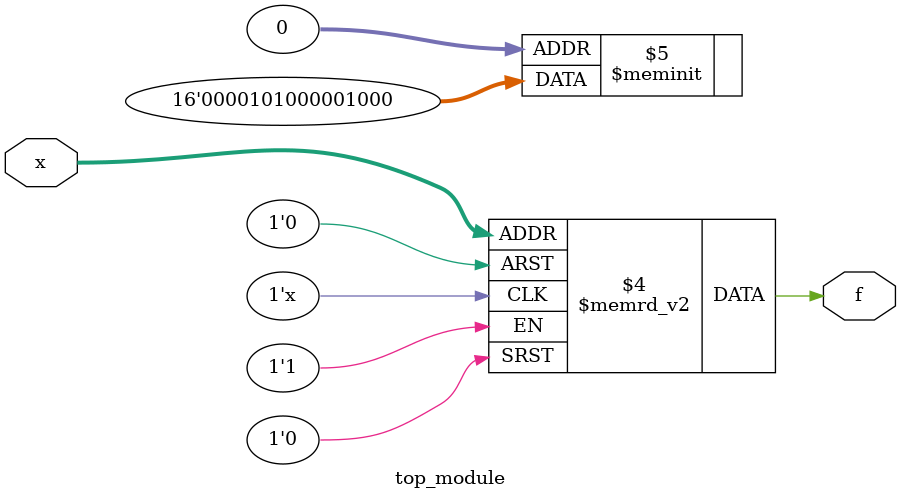
<source format=sv>
module top_module (
    input [4:1] x,
    output logic f
);

always_comb begin
    case ({x[4], x[3], x[2], x[1]})
        4'b0001: f = 1'b0;
        4'b0011: f = 1'b1;
        4'b0101: f = 1'b0;
        4'b0111: f = 1'b0;
        4'b1001: f = 1'b1;
        4'b1011: f = 1'b1;
        4'b1101: f = 1'b0;
        4'b1111: f = 1'b0;
        default: f = 1'b0; // Treat don't-care as 0
    endcase
end

endmodule

</source>
